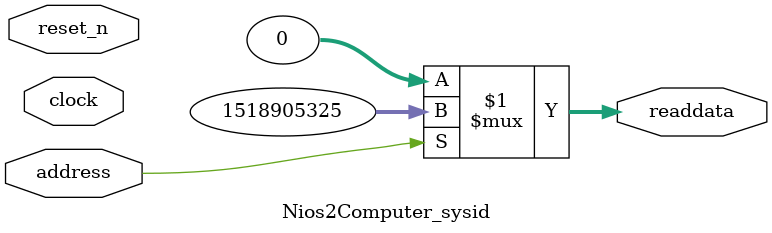
<source format=v>



// synthesis translate_off
`timescale 1ns / 1ps
// synthesis translate_on

// turn off superfluous verilog processor warnings 
// altera message_level Level1 
// altera message_off 10034 10035 10036 10037 10230 10240 10030 

module Nios2Computer_sysid (
               // inputs:
                address,
                clock,
                reset_n,

               // outputs:
                readdata
             )
;

  output  [ 31: 0] readdata;
  input            address;
  input            clock;
  input            reset_n;

  wire    [ 31: 0] readdata;
  //control_slave, which is an e_avalon_slave
  assign readdata = address ? 1518905325 : 0;

endmodule



</source>
